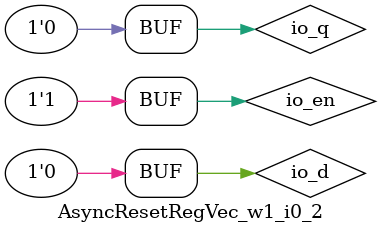
<source format=sv>
`ifndef RANDOMIZE
  `ifdef RANDOMIZE_MEM_INIT
    `define RANDOMIZE
  `endif // RANDOMIZE_MEM_INIT
`endif // not def RANDOMIZE
`ifndef RANDOMIZE
  `ifdef RANDOMIZE_REG_INIT
    `define RANDOMIZE
  `endif // RANDOMIZE_REG_INIT
`endif // not def RANDOMIZE

`ifndef RANDOM
  `define RANDOM $random
`endif // not def RANDOM

// Users can define INIT_RANDOM as general code that gets injected into the
// initializer block for modules with registers.
`ifndef INIT_RANDOM
  `define INIT_RANDOM
`endif // not def INIT_RANDOM

// If using random initialization, you can also define RANDOMIZE_DELAY to
// customize the delay used, otherwise 0.002 is used.
`ifndef RANDOMIZE_DELAY
  `define RANDOMIZE_DELAY 0.002
`endif // not def RANDOMIZE_DELAY

// Define INIT_RANDOM_PROLOG_ for use in our modules below.
`ifndef INIT_RANDOM_PROLOG_
  `ifdef RANDOMIZE
    `ifdef VERILATOR
      `define INIT_RANDOM_PROLOG_ `INIT_RANDOM
    `else  // VERILATOR
      `define INIT_RANDOM_PROLOG_ `INIT_RANDOM #`RANDOMIZE_DELAY begin end
    `endif // VERILATOR
  `else  // RANDOMIZE
    `define INIT_RANDOM_PROLOG_
  `endif // RANDOMIZE
`endif // not def INIT_RANDOM_PROLOG_

// Include register initializers in init blocks unless synthesis is set
`ifndef SYNTHESIS
  `ifndef ENABLE_INITIAL_REG_
    `define ENABLE_INITIAL_REG_
  `endif // not def ENABLE_INITIAL_REG_
`endif // not def SYNTHESIS

// Include rmemory initializers in init blocks unless synthesis is set
`ifndef SYNTHESIS
  `ifndef ENABLE_INITIAL_MEM_
    `define ENABLE_INITIAL_MEM_
  `endif // not def ENABLE_INITIAL_MEM_
`endif // not def SYNTHESIS

// Standard header to adapt well known macros for prints and assertions.

// Users can define 'PRINTF_COND' to add an extra gate to prints.
`ifndef PRINTF_COND_
  `ifdef PRINTF_COND
    `define PRINTF_COND_ (`PRINTF_COND)
  `else  // PRINTF_COND
    `define PRINTF_COND_ 1
  `endif // PRINTF_COND
`endif // not def PRINTF_COND_

// Users can define 'ASSERT_VERBOSE_COND' to add an extra gate to assert error printing.
`ifndef ASSERT_VERBOSE_COND_
  `ifdef ASSERT_VERBOSE_COND
    `define ASSERT_VERBOSE_COND_ (`ASSERT_VERBOSE_COND)
  `else  // ASSERT_VERBOSE_COND
    `define ASSERT_VERBOSE_COND_ 1
  `endif // ASSERT_VERBOSE_COND
`endif // not def ASSERT_VERBOSE_COND_

// Users can define 'STOP_COND' to add an extra gate to stop conditions.
`ifndef STOP_COND_
  `ifdef STOP_COND
    `define STOP_COND_ (`STOP_COND)
  `else  // STOP_COND
    `define STOP_COND_ 1
  `endif // STOP_COND
`endif // not def STOP_COND_

module AsyncResetRegVec_w1_i0_2();
  wire io_en = 1'h1;	// src/main/scala/util/AsyncResetReg.scala:59:14
  wire io_d = 1'h0;
  wire io_q = 1'h0;
endmodule


</source>
